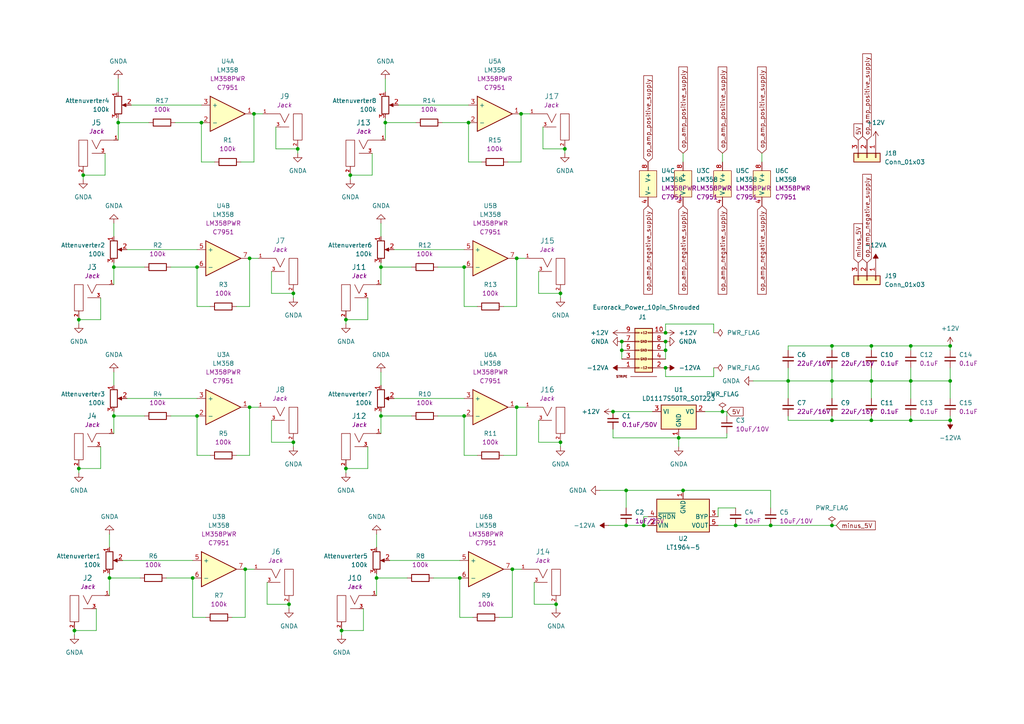
<source format=kicad_sch>
(kicad_sch (version 20231120) (generator "eeschema") (generator_version "8.0")
  (paper "A4")
  (junction (at 193.04 99.06))
  (junction (at 180.34 101.6))
  (junction (at 181.61 152.4))
  (junction (at 73.66 33.02))
  (junction (at 72.39 74.93))
  (junction (at 223.52 152.4))
  (junction (at 193.04 106.68))
  (junction (at 33.02 120.65))
  (junction (at 110.49 77.47))
  (junction (at 252.73 100.33))
  (junction (at 57.15 120.65))
  (junction (at 22.86 135.89))
  (junction (at 21.59 182.88))
  (junction (at 134.62 120.65))
  (junction (at 241.3 152.4))
  (junction (at 163.83 43.18))
  (junction (at 181.61 142.24))
  (junction (at 241.3 121.92))
  (junction (at 24.13 50.8))
  (junction (at 196.85 127))
  (junction (at 71.12 165.1))
  (junction (at 252.73 121.92))
  (junction (at 275.59 121.92))
  (junction (at 133.35 167.64))
  (junction (at 275.59 100.33))
  (junction (at 213.36 152.4))
  (junction (at 22.86 92.71))
  (junction (at 209.55 119.38))
  (junction (at 241.3 100.33))
  (junction (at 198.12 142.24))
  (junction (at 161.29 175.26))
  (junction (at 58.42 35.56))
  (junction (at 85.09 85.09))
  (junction (at 151.13 33.02))
  (junction (at 264.16 110.49))
  (junction (at 31.75 167.64))
  (junction (at 55.88 167.64))
  (junction (at 134.62 77.47))
  (junction (at 252.73 110.49))
  (junction (at 72.39 118.11))
  (junction (at 228.6 110.49))
  (junction (at 149.86 118.11))
  (junction (at 275.59 110.49))
  (junction (at 135.89 35.56))
  (junction (at 264.16 121.92))
  (junction (at 193.04 101.6))
  (junction (at 34.29 35.56))
  (junction (at 148.59 165.1))
  (junction (at 264.16 100.33))
  (junction (at 162.56 128.27))
  (junction (at 111.76 35.56))
  (junction (at 186.69 152.4))
  (junction (at 149.86 74.93))
  (junction (at 110.49 120.65))
  (junction (at 177.8 119.38))
  (junction (at 33.02 77.47))
  (junction (at 193.04 96.52))
  (junction (at 86.36 43.18))
  (junction (at 162.56 85.09))
  (junction (at 83.82 175.26))
  (junction (at 109.22 167.64))
  (junction (at 57.15 77.47))
  (junction (at 100.33 135.89))
  (junction (at 180.34 99.06))
  (junction (at 100.33 92.71))
  (junction (at 101.6 50.8))
  (junction (at 99.06 182.88))
  (junction (at 241.3 110.49))
  (junction (at 85.09 128.27))
  (wire (pts (xy 74.93 118.11) (xy 72.39 118.11)))
  (wire (pts (xy 78.74 128.27) (xy 78.74 121.92)))
  (wire (pts (xy 209.55 44.45) (xy 209.55 46.99)))
  (wire (pts (xy 55.88 167.64) (xy 55.88 179.07)))
  (wire (pts (xy 30.48 50.8) (xy 30.48 44.45)))
  (wire (pts (xy 57.15 120.65) (xy 57.15 132.08)))
  (wire (pts (xy 72.39 74.93) (xy 72.39 88.9)))
  (wire (pts (xy 33.02 77.47) (xy 41.91 77.47)))
  (wire (pts (xy 207.01 96.52) (xy 207.01 93.98)))
  (wire (pts (xy 162.56 85.09) (xy 156.21 85.09)))
  (wire (pts (xy 33.02 107.95) (xy 33.02 111.76)))
  (wire (pts (xy 135.89 46.99) (xy 139.7 46.99)))
  (wire (pts (xy 193.04 93.98) (xy 193.04 96.52)))
  (wire (pts (xy 147.32 46.99) (xy 151.13 46.99)))
  (wire (pts (xy 21.59 182.88) (xy 27.94 182.88)))
  (wire (pts (xy 77.47 175.26) (xy 77.47 168.91)))
  (wire (pts (xy 33.02 120.65) (xy 41.91 120.65)))
  (wire (pts (xy 252.73 121.92) (xy 264.16 121.92)))
  (wire (pts (xy 115.57 30.48) (xy 135.89 30.48)))
  (wire (pts (xy 133.35 167.64) (xy 133.35 179.07)))
  (wire (pts (xy 193.04 109.22) (xy 207.01 109.22)))
  (wire (pts (xy 241.3 121.92) (xy 252.73 121.92)))
  (wire (pts (xy 31.75 167.64) (xy 40.64 167.64)))
  (wire (pts (xy 134.62 120.65) (xy 134.62 132.08)))
  (wire (pts (xy 85.09 86.36) (xy 85.09 85.09)))
  (wire (pts (xy 49.53 77.47) (xy 57.15 77.47)))
  (wire (pts (xy 228.6 110.49) (xy 228.6 115.57)))
  (wire (pts (xy 181.61 152.4) (xy 186.69 152.4)))
  (wire (pts (xy 177.8 119.38) (xy 189.23 119.38)))
  (wire (pts (xy 161.29 175.26) (xy 154.94 175.26)))
  (wire (pts (xy 110.49 64.77) (xy 110.49 68.58)))
  (wire (pts (xy 58.42 35.56) (xy 58.42 46.99)))
  (wire (pts (xy 109.22 154.94) (xy 109.22 158.75)))
  (wire (pts (xy 241.3 110.49) (xy 241.3 115.57)))
  (wire (pts (xy 67.31 179.07) (xy 71.12 179.07)))
  (wire (pts (xy 114.3 115.57) (xy 134.62 115.57)))
  (wire (pts (xy 156.21 85.09) (xy 156.21 78.74)))
  (wire (pts (xy 223.52 152.4) (xy 241.3 152.4)))
  (wire (pts (xy 35.56 162.56) (xy 55.88 162.56)))
  (wire (pts (xy 208.28 152.4) (xy 213.36 152.4)))
  (wire (pts (xy 152.4 118.11) (xy 149.86 118.11)))
  (wire (pts (xy 36.83 72.39) (xy 57.15 72.39)))
  (wire (pts (xy 177.8 124.46) (xy 177.8 127)))
  (wire (pts (xy 128.27 35.56) (xy 135.89 35.56)))
  (wire (pts (xy 109.22 167.64) (xy 118.11 167.64)))
  (wire (pts (xy 33.02 120.65) (xy 33.02 125.73)))
  (wire (pts (xy 241.3 120.65) (xy 241.3 121.92)))
  (wire (pts (xy 133.35 179.07) (xy 137.16 179.07)))
  (wire (pts (xy 162.56 128.27) (xy 156.21 128.27)))
  (wire (pts (xy 111.76 35.56) (xy 120.65 35.56)))
  (wire (pts (xy 22.86 92.71) (xy 29.21 92.71)))
  (wire (pts (xy 161.29 176.53) (xy 161.29 175.26)))
  (wire (pts (xy 252.73 110.49) (xy 264.16 110.49)))
  (wire (pts (xy 80.01 43.18) (xy 80.01 36.83)))
  (wire (pts (xy 252.73 120.65) (xy 252.73 121.92)))
  (wire (pts (xy 180.34 99.06) (xy 180.34 101.6)))
  (wire (pts (xy 100.33 135.89) (xy 106.68 135.89)))
  (wire (pts (xy 71.12 165.1) (xy 71.12 179.07)))
  (wire (pts (xy 101.6 52.07) (xy 101.6 50.8)))
  (wire (pts (xy 73.66 165.1) (xy 71.12 165.1)))
  (wire (pts (xy 228.6 106.68) (xy 228.6 110.49)))
  (wire (pts (xy 111.76 34.29) (xy 111.76 35.56)))
  (wire (pts (xy 264.16 106.68) (xy 264.16 110.49)))
  (wire (pts (xy 85.09 129.54) (xy 85.09 128.27)))
  (wire (pts (xy 180.34 101.6) (xy 180.34 104.14)))
  (wire (pts (xy 85.09 128.27) (xy 78.74 128.27)))
  (wire (pts (xy 186.69 152.4) (xy 186.69 149.86)))
  (wire (pts (xy 275.59 100.33) (xy 275.59 101.6)))
  (wire (pts (xy 110.49 107.95) (xy 110.49 111.76)))
  (wire (pts (xy 29.21 92.71) (xy 29.21 86.36)))
  (wire (pts (xy 29.21 135.89) (xy 29.21 129.54)))
  (wire (pts (xy 186.69 149.86) (xy 187.96 149.86)))
  (wire (pts (xy 109.22 166.37) (xy 109.22 167.64)))
  (wire (pts (xy 68.58 132.08) (xy 72.39 132.08)))
  (wire (pts (xy 83.82 176.53) (xy 83.82 175.26)))
  (wire (pts (xy 207.01 109.22) (xy 207.01 106.68)))
  (wire (pts (xy 127 77.47) (xy 134.62 77.47)))
  (wire (pts (xy 196.85 127) (xy 196.85 129.54)))
  (wire (pts (xy 85.09 85.09) (xy 78.74 85.09)))
  (wire (pts (xy 110.49 120.65) (xy 110.49 125.73)))
  (wire (pts (xy 31.75 166.37) (xy 31.75 167.64)))
  (wire (pts (xy 241.3 106.68) (xy 241.3 110.49)))
  (wire (pts (xy 22.86 93.98) (xy 22.86 92.71)))
  (wire (pts (xy 275.59 110.49) (xy 275.59 115.57)))
  (wire (pts (xy 210.82 127) (xy 210.82 125.73)))
  (wire (pts (xy 241.3 100.33) (xy 241.3 101.6)))
  (wire (pts (xy 198.12 142.24) (xy 223.52 142.24)))
  (wire (pts (xy 33.02 119.38) (xy 33.02 120.65)))
  (wire (pts (xy 163.83 43.18) (xy 157.48 43.18)))
  (wire (pts (xy 153.67 33.02) (xy 151.13 33.02)))
  (wire (pts (xy 193.04 106.68) (xy 193.04 109.22)))
  (wire (pts (xy 228.6 110.49) (xy 241.3 110.49)))
  (wire (pts (xy 33.02 64.77) (xy 33.02 68.58)))
  (wire (pts (xy 24.13 50.8) (xy 30.48 50.8)))
  (wire (pts (xy 134.62 88.9) (xy 138.43 88.9)))
  (wire (pts (xy 100.33 93.98) (xy 100.33 92.71)))
  (wire (pts (xy 113.03 162.56) (xy 133.35 162.56)))
  (wire (pts (xy 111.76 35.56) (xy 111.76 40.64)))
  (wire (pts (xy 264.16 100.33) (xy 275.59 100.33)))
  (wire (pts (xy 110.49 119.38) (xy 110.49 120.65)))
  (wire (pts (xy 105.41 182.88) (xy 105.41 176.53)))
  (wire (pts (xy 210.82 119.38) (xy 210.82 120.65)))
  (wire (pts (xy 27.94 182.88) (xy 27.94 176.53)))
  (wire (pts (xy 177.8 127) (xy 196.85 127)))
  (wire (pts (xy 151.13 165.1) (xy 148.59 165.1)))
  (wire (pts (xy 31.75 167.64) (xy 31.75 172.72)))
  (wire (pts (xy 74.93 74.93) (xy 72.39 74.93)))
  (wire (pts (xy 264.16 120.65) (xy 264.16 121.92)))
  (wire (pts (xy 162.56 129.54) (xy 162.56 128.27)))
  (wire (pts (xy 107.95 50.8) (xy 107.95 44.45)))
  (wire (pts (xy 33.02 77.47) (xy 33.02 82.55)))
  (wire (pts (xy 101.6 50.8) (xy 107.95 50.8)))
  (wire (pts (xy 173.99 142.24) (xy 181.61 142.24)))
  (wire (pts (xy 252.73 110.49) (xy 252.73 115.57)))
  (wire (pts (xy 148.59 165.1) (xy 148.59 179.07)))
  (wire (pts (xy 114.3 72.39) (xy 134.62 72.39)))
  (wire (pts (xy 135.89 35.56) (xy 135.89 46.99)))
  (wire (pts (xy 176.53 152.4) (xy 181.61 152.4)))
  (wire (pts (xy 24.13 52.07) (xy 24.13 50.8)))
  (wire (pts (xy 208.28 147.32) (xy 213.36 147.32)))
  (wire (pts (xy 69.85 46.99) (xy 73.66 46.99)))
  (wire (pts (xy 186.69 152.4) (xy 187.96 152.4)))
  (wire (pts (xy 241.3 100.33) (xy 252.73 100.33)))
  (wire (pts (xy 73.66 33.02) (xy 73.66 46.99)))
  (wire (pts (xy 76.2 33.02) (xy 73.66 33.02)))
  (wire (pts (xy 72.39 118.11) (xy 72.39 132.08)))
  (wire (pts (xy 241.3 152.4) (xy 242.57 152.4)))
  (wire (pts (xy 213.36 152.4) (xy 223.52 152.4)))
  (wire (pts (xy 68.58 88.9) (xy 72.39 88.9)))
  (wire (pts (xy 99.06 184.15) (xy 99.06 182.88)))
  (wire (pts (xy 55.88 179.07) (xy 59.69 179.07)))
  (wire (pts (xy 83.82 175.26) (xy 77.47 175.26)))
  (wire (pts (xy 57.15 88.9) (xy 60.96 88.9)))
  (wire (pts (xy 264.16 100.33) (xy 264.16 101.6)))
  (wire (pts (xy 264.16 121.92) (xy 275.59 121.92)))
  (wire (pts (xy 228.6 121.92) (xy 241.3 121.92)))
  (wire (pts (xy 22.86 137.16) (xy 22.86 135.89)))
  (wire (pts (xy 50.8 35.56) (xy 58.42 35.56)))
  (wire (pts (xy 151.13 33.02) (xy 151.13 46.99)))
  (wire (pts (xy 196.85 127) (xy 210.82 127)))
  (wire (pts (xy 125.73 167.64) (xy 133.35 167.64)))
  (wire (pts (xy 220.98 44.45) (xy 220.98 46.99)))
  (wire (pts (xy 110.49 77.47) (xy 110.49 82.55)))
  (wire (pts (xy 38.1 30.48) (xy 58.42 30.48)))
  (wire (pts (xy 99.06 182.88) (xy 105.41 182.88)))
  (wire (pts (xy 111.76 22.86) (xy 111.76 26.67)))
  (wire (pts (xy 86.36 43.18) (xy 80.01 43.18)))
  (wire (pts (xy 100.33 92.71) (xy 106.68 92.71)))
  (wire (pts (xy 86.36 44.45) (xy 86.36 43.18)))
  (wire (pts (xy 157.48 43.18) (xy 157.48 36.83)))
  (wire (pts (xy 49.53 120.65) (xy 57.15 120.65)))
  (wire (pts (xy 162.56 86.36) (xy 162.56 85.09)))
  (wire (pts (xy 110.49 76.2) (xy 110.49 77.47)))
  (wire (pts (xy 34.29 35.56) (xy 34.29 40.64)))
  (wire (pts (xy 275.59 106.68) (xy 275.59 110.49)))
  (wire (pts (xy 228.6 100.33) (xy 228.6 101.6)))
  (wire (pts (xy 264.16 110.49) (xy 275.59 110.49)))
  (wire (pts (xy 218.44 110.49) (xy 228.6 110.49)))
  (wire (pts (xy 252.73 100.33) (xy 264.16 100.33)))
  (wire (pts (xy 163.83 44.45) (xy 163.83 43.18)))
  (wire (pts (xy 36.83 115.57) (xy 57.15 115.57)))
  (wire (pts (xy 78.74 85.09) (xy 78.74 78.74)))
  (wire (pts (xy 34.29 35.56) (xy 43.18 35.56)))
  (wire (pts (xy 181.61 142.24) (xy 181.61 147.32)))
  (wire (pts (xy 22.86 135.89) (xy 29.21 135.89)))
  (wire (pts (xy 264.16 110.49) (xy 264.16 115.57)))
  (wire (pts (xy 228.6 120.65) (xy 228.6 121.92)))
  (wire (pts (xy 193.04 101.6) (xy 193.04 104.14)))
  (wire (pts (xy 152.4 74.93) (xy 149.86 74.93)))
  (wire (pts (xy 146.05 88.9) (xy 149.86 88.9)))
  (wire (pts (xy 100.33 137.16) (xy 100.33 135.89)))
  (wire (pts (xy 127 120.65) (xy 134.62 120.65)))
  (wire (pts (xy 58.42 46.99) (xy 62.23 46.99)))
  (wire (pts (xy 208.28 149.86) (xy 208.28 147.32)))
  (wire (pts (xy 48.26 167.64) (xy 55.88 167.64)))
  (wire (pts (xy 134.62 77.47) (xy 134.62 88.9)))
  (wire (pts (xy 207.01 93.98) (xy 193.04 93.98)))
  (wire (pts (xy 134.62 132.08) (xy 138.43 132.08)))
  (wire (pts (xy 252.73 100.33) (xy 252.73 101.6)))
  (wire (pts (xy 21.59 184.15) (xy 21.59 182.88)))
  (wire (pts (xy 209.55 119.38) (xy 210.82 119.38)))
  (wire (pts (xy 34.29 34.29) (xy 34.29 35.56)))
  (wire (pts (xy 156.21 128.27) (xy 156.21 121.92)))
  (wire (pts (xy 223.52 142.24) (xy 223.52 147.32)))
  (wire (pts (xy 106.68 135.89) (xy 106.68 129.54)))
  (wire (pts (xy 110.49 120.65) (xy 119.38 120.65)))
  (wire (pts (xy 154.94 175.26) (xy 154.94 168.91)))
  (wire (pts (xy 149.86 118.11) (xy 149.86 132.08)))
  (wire (pts (xy 34.29 22.86) (xy 34.29 26.67)))
  (wire (pts (xy 106.68 92.71) (xy 106.68 86.36)))
  (wire (pts (xy 149.86 74.93) (xy 149.86 88.9)))
  (wire (pts (xy 228.6 100.33) (xy 241.3 100.33)))
  (wire (pts (xy 109.22 167.64) (xy 109.22 172.72)))
  (wire (pts (xy 110.49 77.47) (xy 119.38 77.47)))
  (wire (pts (xy 33.02 76.2) (xy 33.02 77.47)))
  (wire (pts (xy 57.15 77.47) (xy 57.15 88.9)))
  (wire (pts (xy 193.04 99.06) (xy 193.04 101.6)))
  (wire (pts (xy 252.73 106.68) (xy 252.73 110.49)))
  (wire (pts (xy 204.47 119.38) (xy 209.55 119.38)))
  (wire (pts (xy 275.59 120.65) (xy 275.59 121.92)))
  (wire (pts (xy 181.61 142.24) (xy 198.12 142.24)))
  (wire (pts (xy 198.12 44.45) (xy 198.12 46.99)))
  (wire (pts (xy 144.78 179.07) (xy 148.59 179.07)))
  (wire (pts (xy 146.05 132.08) (xy 149.86 132.08)))
  (wire (pts (xy 31.75 154.94) (xy 31.75 158.75)))
  (wire (pts (xy 57.15 132.08) (xy 60.96 132.08)))
  (wire (pts (xy 241.3 110.49) (xy 252.73 110.49)))
  (global_label "op_amp_negative_supply" (shape input) (at 220.98 59.69 270) (property "Intersheetrefs" "${INTERSHEET_REFS}" (effects (hide yes))))
  (global_label "5V" (shape input) (at 248.92 40.64 90) (property "Intersheetrefs" "${INTERSHEET_REFS}" (effects (hide yes))))
  (global_label "minus_5V" (shape input) (at 248.92 76.2 90) (property "Intersheetrefs" "${INTERSHEET_REFS}" (effects (hide yes))))
  (global_label "minus_5V" (shape input) (at 242.57 152.4 0) (property "Intersheetrefs" "${INTERSHEET_REFS}" (effects (hide yes))))
  (global_label "op_amp_positive_supply" (shape input) (at 220.98 44.45 90) (property "Intersheetrefs" "${INTERSHEET_REFS}" (effects (hide yes))))
  (global_label "op_amp_positive_supply" (shape input) (at 187.96 46.99 90) (property "Intersheetrefs" "${INTERSHEET_REFS}" (effects (hide yes))))
  (global_label "op_amp_negative_supply" (shape input) (at 187.96 59.69 270) (property "Intersheetrefs" "${INTERSHEET_REFS}" (effects (hide yes))))
  (global_label "op_amp_negative_supply" (shape input) (at 251.46 76.2 90) (property "Intersheetrefs" "${INTERSHEET_REFS}" (effects (hide yes))))
  (global_label "op_amp_negative_supply" (shape input) (at 209.55 59.69 270) (property "Intersheetrefs" "${INTERSHEET_REFS}" (effects (hide yes))))
  (global_label "op_amp_positive_supply" (shape input) (at 198.12 44.45 90) (property "Intersheetrefs" "${INTERSHEET_REFS}" (effects (hide yes))))
  (global_label "5V" (shape input) (at 210.82 119.38 0) (property "Intersheetrefs" "${INTERSHEET_REFS}" (effects (hide yes))))
  (global_label "op_amp_positive_supply" (shape input) (at 251.46 40.64 90) (property "Intersheetrefs" "${INTERSHEET_REFS}" (effects (hide yes))))
  (global_label "op_amp_positive_supply" (shape input) (at 209.55 44.45 90) (property "Intersheetrefs" "${INTERSHEET_REFS}" (effects (hide yes))))
  (global_label "op_amp_negative_supply" (shape input) (at 198.12 59.69 270) (property "Intersheetrefs" "${INTERSHEET_REFS}" (effects (hide yes))))
  (symbol (lib_id "Device:R_Potentiometer") (at 110.49 72.39 0) (unit 1)
    (property "Reference" "Attenuverter6" (at 107.95 71.1199 0) (effects (justify right)))
    (property "Value" "100k" (at 107.95 73.6599 0) (effects (justify right)))
    (property "Footprint" "Eurocad:Alpha9mmPot" (effects (hide yes)))
    (property "Description" "Potentiometer" (effects (hide yes)))
  )
  (symbol (lib_id "4ms_Jack:3.5mm_Mono_Switched_sm") (at 105.41 130.81 0) (unit 1)
    (property "Reference" "J12" (at 104.14 120.65 0) (effects (font (size 1.524 1.524))))
    (property "Value" "3.5mm_Mono_Switched_sm" (effects (hide yes)))
    (property "Footprint" "4ms_Jack:EighthInch_PJ398SM" (effects (hide yes)))
    (property "Description" "Audio 3.5mm Jack, mono, switched, PC-pin Vertical" (effects (hide yes)))
    (property "Specifications" "Audio 3.5mm Jack, mono, switched, PC-pin Vertical" (effects (hide yes)))
    (property "Manufacturer" "Wenzhou QingPu Electronics Co" (effects (hide yes)))
    (property "Part Number" "WQP-WQP518MA" (effects (hide yes)))
    (property "Production Stage" "C" (effects (hide yes)))
    (property "Display" "Jack" (at 104.14 123.19 0) (effects (font (italic yes))))
  )
  (symbol (lib_id "4ms_Connector:Conn_01x03") (at 251.46 81.28 270) (unit 1)
    (property "Reference" "J19" (at 256.54 80.0099 90) (effects (justify left)))
    (property "Value" "Conn_01x03" (at 256.54 82.5499 90) (effects (justify left)))
    (property "Footprint" "4ms_Connector:Pins_1x03_2.54mm_TH" (effects (hide yes)))
    (property "Description" "HEADER 1x3 MALE PINS 0.100” 180deg" (effects (hide yes)))
    (property "Specifications" "HEADER 1x3 MALE PINS 0.100” 180deg" (effects (hide yes)))
    (property "Manufacturer" "TAD" (effects (hide yes)))
    (property "Part Number" "1-0301FBV0T" (effects (hide yes)))
    (property "Production Stage" "B" (effects (hide yes)))
  )
  (symbol (lib_id "4ms_Power-symbol:GNDA") (at 163.83 44.45 0) (mirror y) (unit 1)
    (property "Reference" "#PWR034" (effects (hide yes)))
    (property "Value" "GNDA" (at 163.83 49.53 0))
    (property "Description" "(analog) ground power-flag symbol" (effects (hide yes)))
  )
  (symbol (lib_id "4ms_Power-symbol:GNDA") (at 110.49 107.95 180) (unit 1)
    (property "Reference" "#PWR027" (effects (hide yes)))
    (property "Value" "GNDA" (at 110.49 102.87 0))
    (property "Description" "(analog) ground power-flag symbol" (effects (hide yes)))
  )
  (symbol (lib_id "4ms_Power-symbol:+12V") (at 180.34 96.52 90) (unit 1)
    (property "Reference" "#PWR02" (effects (hide yes)))
    (property "Value" "+12V" (at 176.53 96.5199 90) (effects (justify left)))
  )
  (symbol (lib_id "4ms_Resistor:100k_0402") (at 143.51 46.99 90) (unit 1)
    (property "Reference" "R15" (at 143.51 40.64 90))
    (property "Value" "100k_0402" (effects (hide yes)))
    (property "Footprint" "4ms_Resistor:R_0402" (effects (hide yes)))
    (property "Description" "100k, 1%, 1/16W, 0402" (effects (hide yes)))
    (property "Specifications" "100k, 1%, 1/16W, 0402" (effects (hide yes)))
    (property "Manufacturer" "Yageo" (effects (hide yes)))
    (property "Part Number" "RC0402FR-07100KL " (effects (hide yes)))
    (property "Display" "100k" (at 143.51 43.18 90))
    (property "JLCPCB ID" "C60491" (effects (hide yes)))
  )
  (symbol (lib_id "Device:R_Potentiometer") (at 111.76 30.48 0) (unit 1)
    (property "Reference" "Attenuverter8" (at 109.22 29.2099 0) (effects (justify right)))
    (property "Value" "100k" (at 109.22 31.7499 0) (effects (justify right)))
    (property "Footprint" "Eurocad:Alpha9mmPot" (effects (hide yes)))
    (property "Description" "Potentiometer" (effects (hide yes)))
  )
  (symbol (lib_id "4ms_IC:LM358") (at 63.5 165.1 0) (unit 2)
    (property "Reference" "U3" (at 63.5 149.86 0))
    (property "Value" "LM358" (at 63.5 152.4 0))
    (property "Footprint" "4ms_Package_SSOP:TSSOP-8_4.4x3mm_Pitch0.65mm" (effects (hide yes)))
    (property "Description" "LM358 Dual Opamp TSSOP-8" (effects (hide yes)))
    (property "Specifications" "LM358 Dual Opamp" (effects (hide yes)))
    (property "Manufacturer" "Texas Instruments" (effects (hide yes)))
    (property "Part Number" "LM358PWR" (at 63.5 154.94 0))
    (property "JLCPCB ID" "C7951" (at 63.5 157.48 0))
    (property "Production Stage" "A" (effects (hide yes)))
  )
  (symbol (lib_id "power:PWR_FLAG") (at 207.01 106.68 270) (unit 1)
    (property "Reference" "#FLG02" (effects (hide yes)))
    (property "Value" "PWR_FLAG" (at 210.82 106.6799 90) (effects (justify left)))
    (property "Description" "Special symbol for telling ERC where power comes from" (effects (hide yes)))
  )
  (symbol (lib_id "4ms_Power-symbol:-12VA") (at 180.34 106.68 90) (unit 1)
    (property "Reference" "#PWR04" (effects (hide yes)))
    (property "Value" "-12VA" (at 176.53 106.6799 90) (effects (justify left)))
  )
  (symbol (lib_id "4ms_Power-symbol:GNDA") (at 100.33 93.98 0) (unit 1)
    (property "Reference" "#PWR024" (effects (hide yes)))
    (property "Value" "GNDA" (at 100.33 99.06 0))
    (property "Description" "(analog) ground power-flag symbol" (effects (hide yes)))
  )
  (symbol (lib_id "4ms_IC:LM358") (at 142.24 118.11 0) (unit 1)
    (property "Reference" "U6" (at 142.24 102.87 0))
    (property "Value" "LM358" (at 142.24 105.41 0))
    (property "Footprint" "4ms_Package_SSOP:TSSOP-8_4.4x3mm_Pitch0.65mm" (effects (hide yes)))
    (property "Description" "LM358 Dual Opamp TSSOP-8" (effects (hide yes)))
    (property "Specifications" "LM358 Dual Opamp" (effects (hide yes)))
    (property "Manufacturer" "Texas Instruments" (effects (hide yes)))
    (property "Part Number" "LM358PWR" (at 142.24 107.95 0))
    (property "JLCPCB ID" "C7951" (at 142.24 110.49 0))
    (property "Production Stage" "A" (effects (hide yes)))
  )
  (symbol (lib_id "4ms_Capacitor:10uF_0603_10V") (at 223.52 149.86 0) (unit 1)
    (property "Reference" "C5" (at 226.06 148.5962 0) (effects (justify left)))
    (property "Value" "10uF_0603_10V" (effects (hide yes)))
    (property "Footprint" "4ms_Capacitor:C_0603" (effects (hide yes)))
    (property "Description" "10uF, Min. 10V X5R 10%" (effects (hide yes)))
    (property "Specifications" "10uF, Min. 10V X5R 10%" (effects (hide yes)))
    (property "Manufacturer" "Murata" (effects (hide yes)))
    (property "Part Number" "GRM188R61A106KE69D" (effects (hide yes)))
    (property "Display" "10uF/10V" (at 226.06 151.1362 0) (effects (justify left)))
    (property "JLCPCB ID" "C19702" (effects (hide yes)))
    (property "Production Stage" "A" (effects (hide yes)))
  )
  (symbol (lib_id "4ms_Power-symbol:GNDA") (at 196.85 129.54 0) (unit 1)
    (property "Reference" "#PWR010" (effects (hide yes)))
    (property "Value" "GNDA" (at 196.85 134.62 0))
    (property "Description" "(analog) ground power-flag symbol" (effects (hide yes)))
  )
  (symbol (lib_id "4ms_Capacitor:22uF_0603_16V") (at 228.6 118.11 0) (unit 1)
    (property "Reference" "C7" (at 231.14 116.8462 0) (effects (justify left)))
    (property "Value" "22uF_0603_16V" (effects (hide yes)))
    (property "Footprint" "4ms_Capacitor:C_0805" (effects (hide yes)))
    (property "Description" "22uF, 16V,10%,X5R or X7R,0603" (effects (hide yes)))
    (property "Specifications" "22uF, 16V,10%,X5R or X7R,0603" (effects (hide yes)))
    (property "Manufacturer" "Murata" (effects (hide yes)))
    (property "Part Number" "GRM219R61C226ME15K" (effects (hide yes)))
    (property "Display" "22uF/16V" (at 231.14 119.3862 0) (effects (justify left)))
    (property "Production Stage" "A" (effects (hide yes)))
  )
  (symbol (lib_id "4ms_Capacitor:100nF_0603_16V") (at 275.59 104.14 0) (unit 1)
    (property "Reference" "C14" (at 278.13 102.8762 0) (effects (justify left)))
    (property "Value" "100nF_0603_16V" (effects (hide yes)))
    (property "Footprint" "4ms_Capacitor:C_0603" (effects (hide yes)))
    (property "Description" "0.1uF, Min. 16V 10%, X7R or X5R or similar" (effects (hide yes)))
    (property "Specifications" "0.1uF, Min. 16V 10%, X7R or X5R or similar" (effects (hide yes)))
    (property "Manufacturer" "AVX Corporation" (effects (hide yes)))
    (property "Part Number" "0603YC104KAT2A" (effects (hide yes)))
    (property "Display" "0.1uF" (at 278.13 105.4162 0) (effects (justify left)))
    (property "JLCPCB ID" "C14663" (effects (hide yes)))
    (property "Production Stage" "A" (effects (hide yes)))
  )
  (symbol (lib_id "4ms_Power-symbol:GNDA") (at 162.56 129.54 0) (mirror y) (unit 1)
    (property "Reference" "#PWR033" (effects (hide yes)))
    (property "Value" "GNDA" (at 162.56 134.62 0))
    (property "Description" "(analog) ground power-flag symbol" (effects (hide yes)))
  )
  (symbol (lib_id "4ms_Connector:Conn_01x03") (at 251.46 45.72 270) (unit 1)
    (property "Reference" "J18" (at 256.54 44.4499 90) (effects (justify left)))
    (property "Value" "Conn_01x03" (at 256.54 46.9899 90) (effects (justify left)))
    (property "Footprint" "4ms_Connector:Pins_1x03_2.54mm_TH" (effects (hide yes)))
    (property "Description" "HEADER 1x3 MALE PINS 0.100” 180deg" (effects (hide yes)))
    (property "Specifications" "HEADER 1x3 MALE PINS 0.100” 180deg" (effects (hide yes)))
    (property "Manufacturer" "TAD" (effects (hide yes)))
    (property "Part Number" "1-0301FBV0T" (effects (hide yes)))
    (property "Production Stage" "B" (effects (hide yes)))
  )
  (symbol (lib_id "4ms_Capacitor:100nF_0603_16V") (at 264.16 118.11 0) (unit 1)
    (property "Reference" "C13" (at 266.7 116.8462 0) (effects (justify left)))
    (property "Value" "100nF_0603_16V" (effects (hide yes)))
    (property "Footprint" "4ms_Capacitor:C_0603" (effects (hide yes)))
    (property "Description" "0.1uF, Min. 16V 10%, X7R or X5R or similar" (effects (hide yes)))
    (property "Specifications" "0.1uF, Min. 16V 10%, X7R or X5R or similar" (effects (hide yes)))
    (property "Manufacturer" "AVX Corporation" (effects (hide yes)))
    (property "Part Number" "0603YC104KAT2A" (effects (hide yes)))
    (property "Display" "0.1uF" (at 266.7 119.3862 0) (effects (justify left)))
    (property "JLCPCB ID" "C14663" (effects (hide yes)))
    (property "Production Stage" "A" (effects (hide yes)))
  )
  (symbol (lib_id "4ms_Power-symbol:GNDA") (at 21.59 184.15 0) (unit 1)
    (property "Reference" "#PWR011" (effects (hide yes)))
    (property "Value" "GNDA" (at 21.59 189.23 0))
    (property "Description" "(analog) ground power-flag symbol" (effects (hide yes)))
  )
  (symbol (lib_id "4ms_IC:LM358") (at 143.51 33.02 0) (unit 1)
    (property "Reference" "U5" (at 143.51 17.78 0))
    (property "Value" "LM358" (at 143.51 20.32 0))
    (property "Footprint" "4ms_Package_SSOP:TSSOP-8_4.4x3mm_Pitch0.65mm" (effects (hide yes)))
    (property "Description" "LM358 Dual Opamp TSSOP-8" (effects (hide yes)))
    (property "Specifications" "LM358 Dual Opamp" (effects (hide yes)))
    (property "Manufacturer" "Texas Instruments" (effects (hide yes)))
    (property "Part Number" "LM358PWR" (at 143.51 22.86 0))
    (property "JLCPCB ID" "C7951" (at 143.51 25.4 0))
    (property "Production Stage" "A" (effects (hide yes)))
  )
  (symbol (lib_id "4ms_IC:LM358") (at 66.04 33.02 0) (unit 1)
    (property "Reference" "U4" (at 66.04 17.78 0))
    (property "Value" "LM358" (at 66.04 20.32 0))
    (property "Footprint" "4ms_Package_SSOP:TSSOP-8_4.4x3mm_Pitch0.65mm" (effects (hide yes)))
    (property "Description" "LM358 Dual Opamp TSSOP-8" (effects (hide yes)))
    (property "Specifications" "LM358 Dual Opamp" (effects (hide yes)))
    (property "Manufacturer" "Texas Instruments" (effects (hide yes)))
    (property "Part Number" "LM358PWR" (at 66.04 22.86 0))
    (property "JLCPCB ID" "C7951" (at 66.04 25.4 0))
    (property "Production Stage" "A" (effects (hide yes)))
  )
  (symbol (lib_id "4ms_Resistor:100k_0402") (at 45.72 120.65 90) (unit 1)
    (property "Reference" "R4" (at 45.72 114.3 90))
    (property "Value" "100k_0402" (effects (hide yes)))
    (property "Footprint" "4ms_Resistor:R_0402" (effects (hide yes)))
    (property "Description" "100k, 1%, 1/16W, 0402" (effects (hide yes)))
    (property "Specifications" "100k, 1%, 1/16W, 0402" (effects (hide yes)))
    (property "Manufacturer" "Yageo" (effects (hide yes)))
    (property "Part Number" "RC0402FR-07100KL " (effects (hide yes)))
    (property "Display" "100k" (at 45.72 116.84 90))
    (property "JLCPCB ID" "C60491" (effects (hide yes)))
  )
  (symbol (lib_id "4ms_Power-symbol:GNDA") (at 33.02 107.95 180) (unit 1)
    (property "Reference" "#PWR016" (effects (hide yes)))
    (property "Value" "GNDA" (at 33.02 102.87 0))
    (property "Description" "(analog) ground power-flag symbol" (effects (hide yes)))
  )
  (symbol (lib_id "4ms_IC:LM358") (at 64.77 74.93 0) (unit 2)
    (property "Reference" "U4" (at 64.77 59.69 0))
    (property "Value" "LM358" (at 64.77 62.23 0))
    (property "Footprint" "4ms_Package_SSOP:TSSOP-8_4.4x3mm_Pitch0.65mm" (effects (hide yes)))
    (property "Description" "LM358 Dual Opamp TSSOP-8" (effects (hide yes)))
    (property "Specifications" "LM358 Dual Opamp" (effects (hide yes)))
    (property "Manufacturer" "Texas Instruments" (effects (hide yes)))
    (property "Part Number" "LM358PWR" (at 64.77 64.77 0))
    (property "JLCPCB ID" "C7951" (at 64.77 67.31 0))
    (property "Production Stage" "A" (effects (hide yes)))
  )
  (symbol (lib_id "4ms_Power-symbol:GNDA") (at 83.82 176.53 0) (mirror y) (unit 1)
    (property "Reference" "#PWR019" (effects (hide yes)))
    (property "Value" "GNDA" (at 83.82 181.61 0))
    (property "Description" "(analog) ground power-flag symbol" (effects (hide yes)))
  )
  (symbol (lib_id "4ms_Jack:3.5mm_Mono_Switched_sm") (at 104.14 177.8 0) (unit 1)
    (property "Reference" "J10" (at 102.87 167.64 0) (effects (font (size 1.524 1.524))))
    (property "Value" "3.5mm_Mono_Switched_sm" (effects (hide yes)))
    (property "Footprint" "4ms_Jack:EighthInch_PJ398SM" (effects (hide yes)))
    (property "Description" "Audio 3.5mm Jack, mono, switched, PC-pin Vertical" (effects (hide yes)))
    (property "Specifications" "Audio 3.5mm Jack, mono, switched, PC-pin Vertical" (effects (hide yes)))
    (property "Manufacturer" "Wenzhou QingPu Electronics Co" (effects (hide yes)))
    (property "Part Number" "WQP-WQP518MA" (effects (hide yes)))
    (property "Production Stage" "C" (effects (hide yes)))
    (property "Display" "Jack" (at 102.87 170.18 0) (effects (font (italic yes))))
  )
  (symbol (lib_id "4ms_Power-symbol:GNDA") (at 180.34 99.06 270) (unit 1)
    (property "Reference" "#PWR037" (effects (hide yes)))
    (property "Value" "GNDA" (at 176.53 99.0599 90) (effects (justify right)))
    (property "Description" "(analog) ground power-flag symbol" (effects (hide yes)))
  )
  (symbol (lib_id "4ms_IC:LM358") (at 198.12 53.34 0) (unit 3)
    (property "Reference" "U3" (at 201.93 49.5299 0) (effects (justify left)))
    (property "Value" "LM358" (at 201.93 52.0699 0) (effects (justify left)))
    (property "Footprint" "4ms_Package_SSOP:TSSOP-8_4.4x3mm_Pitch0.65mm" (effects (hide yes)))
    (property "Description" "LM358 Dual Opamp TSSOP-8" (effects (hide yes)))
    (property "Specifications" "LM358 Dual Opamp" (effects (hide yes)))
    (property "Manufacturer" "Texas Instruments" (effects (hide yes)))
    (property "Part Number" "LM358PWR" (at 201.93 54.6099 0) (effects (justify left)))
    (property "JLCPCB ID" "C7951" (at 201.93 57.1499 0) (effects (justify left)))
    (property "Production Stage" "A" (effects (hide yes)))
  )
  (symbol (lib_id "power:PWR_FLAG") (at 209.55 119.38 0) (unit 1)
    (property "Reference" "#FLG03" (effects (hide yes)))
    (property "Value" "PWR_FLAG" (at 209.55 114.3 0))
    (property "Description" "Special symbol for telling ERC where power comes from" (effects (hide yes)))
  )
  (symbol (lib_id "Device:R_Potentiometer") (at 109.22 162.56 0) (unit 1)
    (property "Reference" "Attenuverter5" (at 106.68 161.2899 0) (effects (justify right)))
    (property "Value" "100k" (at 106.68 163.8299 0) (effects (justify right)))
    (property "Footprint" "Eurocad:Alpha9mmPot" (effects (hide yes)))
    (property "Description" "Potentiometer" (effects (hide yes)))
  )
  (symbol (lib_id "4ms_Power-symbol:-12VA") (at 254 76.2 0) (unit 1)
    (property "Reference" "#PWR036" (effects (hide yes)))
    (property "Value" "-12VA" (at 254 71.12 0))
  )
  (symbol (lib_id "4ms_Power-symbol:GNDA") (at 101.6 52.07 0) (unit 1)
    (property "Reference" "#PWR026" (effects (hide yes)))
    (property "Value" "GNDA" (at 101.6 57.15 0))
    (property "Description" "(analog) ground power-flag symbol" (effects (hide yes)))
  )
  (symbol (lib_id "4ms_Power-symbol:GNDA") (at 218.44 110.49 270) (unit 1)
    (property "Reference" "#PWR040" (effects (hide yes)))
    (property "Value" "GNDA" (at 214.63 110.4899 90) (effects (justify right)))
    (property "Description" "(analog) ground power-flag symbol" (effects (hide yes)))
  )
  (symbol (lib_id "4ms_Jack:3.5mm_Mono_Switched_sm") (at 29.21 45.72 0) (unit 1)
    (property "Reference" "J5" (at 27.94 35.56 0) (effects (font (size 1.524 1.524))))
    (property "Value" "3.5mm_Mono_Switched_sm" (effects (hide yes)))
    (property "Footprint" "4ms_Jack:EighthInch_PJ398SM" (effects (hide yes)))
    (property "Description" "Audio 3.5mm Jack, mono, switched, PC-pin Vertical" (effects (hide yes)))
    (property "Specifications" "Audio 3.5mm Jack, mono, switched, PC-pin Vertical" (effects (hide yes)))
    (property "Manufacturer" "Wenzhou QingPu Electronics Co" (effects (hide yes)))
    (property "Part Number" "WQP-WQP518MA" (effects (hide yes)))
    (property "Production Stage" "C" (effects (hide yes)))
    (property "Display" "Jack" (at 27.94 38.1 0) (effects (font (italic yes))))
  )
  (symbol (lib_id "4ms_Power-symbol:GNDA") (at 193.04 99.06 90) (unit 1)
    (property "Reference" "#PWR03" (effects (hide yes)))
    (property "Value" "GNDA" (at 196.85 99.0599 90) (effects (justify right)))
    (property "Description" "(analog) ground power-flag symbol" (effects (hide yes)))
  )
  (symbol (lib_id "4ms_Power-symbol:GNDA") (at 173.99 142.24 270) (unit 1)
    (property "Reference" "#PWR08" (effects (hide yes)))
    (property "Value" "GNDA" (at 170.18 142.2399 90) (effects (justify right)))
    (property "Description" "(analog) ground power-flag symbol" (effects (hide yes)))
  )
  (symbol (lib_id "4ms_Resistor:100k_0402") (at 63.5 179.07 90) (unit 1)
    (property "Reference" "R7" (at 63.5 172.72 90))
    (property "Value" "100k_0402" (effects (hide yes)))
    (property "Footprint" "4ms_Resistor:R_0402" (effects (hide yes)))
    (property "Description" "100k, 1%, 1/16W, 0402" (effects (hide yes)))
    (property "Specifications" "100k, 1%, 1/16W, 0402" (effects (hide yes)))
    (property "Manufacturer" "Yageo" (effects (hide yes)))
    (property "Part Number" "RC0402FR-07100KL " (effects (hide yes)))
    (property "Display" "100k" (at 63.5 175.26 90))
    (property "JLCPCB ID" "C60491" (effects (hide yes)))
  )
  (symbol (lib_id "4ms_Jack:3.5mm_Mono_Switched_sm") (at 106.68 45.72 0) (unit 1)
    (property "Reference" "J13" (at 105.41 35.56 0) (effects (font (size 1.524 1.524))))
    (property "Value" "3.5mm_Mono_Switched_sm" (effects (hide yes)))
    (property "Footprint" "4ms_Jack:EighthInch_PJ398SM" (effects (hide yes)))
    (property "Description" "Audio 3.5mm Jack, mono, switched, PC-pin Vertical" (effects (hide yes)))
    (property "Specifications" "Audio 3.5mm Jack, mono, switched, PC-pin Vertical" (effects (hide yes)))
    (property "Manufacturer" "Wenzhou QingPu Electronics Co" (effects (hide yes)))
    (property "Part Number" "WQP-WQP518MA" (effects (hide yes)))
    (property "Production Stage" "C" (effects (hide yes)))
    (property "Display" "Jack" (at 105.41 38.1 0) (effects (font (italic yes))))
  )
  (symbol (lib_id "4ms_Resistor:100k_0402") (at 142.24 88.9 90) (unit 1)
    (property "Reference" "R13" (at 142.24 82.55 90))
    (property "Value" "100k_0402" (effects (hide yes)))
    (property "Footprint" "4ms_Resistor:R_0402" (effects (hide yes)))
    (property "Description" "100k, 1%, 1/16W, 0402" (effects (hide yes)))
    (property "Specifications" "100k, 1%, 1/16W, 0402" (effects (hide yes)))
    (property "Manufacturer" "Yageo" (effects (hide yes)))
    (property "Part Number" "RC0402FR-07100KL " (effects (hide yes)))
    (property "Display" "100k" (at 142.24 85.09 90))
    (property "JLCPCB ID" "C60491" (effects (hide yes)))
  )
  (symbol (lib_id "4ms_Resistor:100k_0402") (at 44.45 167.64 90) (unit 1)
    (property "Reference" "R6" (at 44.45 161.29 90))
    (property "Value" "100k_0402" (effects (hide yes)))
    (property "Footprint" "4ms_Resistor:R_0402" (effects (hide yes)))
    (property "Description" "100k, 1%, 1/16W, 0402" (effects (hide yes)))
    (property "Specifications" "100k, 1%, 1/16W, 0402" (effects (hide yes)))
    (property "Manufacturer" "Yageo" (effects (hide yes)))
    (property "Part Number" "RC0402FR-07100KL " (effects (hide yes)))
    (property "Display" "100k" (at 44.45 163.83 90))
    (property "JLCPCB ID" "C60491" (effects (hide yes)))
  )
  (symbol (lib_id "4ms_Power-symbol:-12VA") (at 193.04 106.68 270) (unit 1)
    (property "Reference" "#PWR09" (effects (hide yes)))
    (property "Value" "-12VA" (at 196.85 106.6799 90) (effects (justify left)))
  )
  (symbol (lib_id "4ms_Capacitor:22uF_0603_16V") (at 241.3 104.14 0) (unit 1)
    (property "Reference" "C8" (at 243.84 102.8762 0) (effects (justify left)))
    (property "Value" "22uF_0603_16V" (effects (hide yes)))
    (property "Footprint" "4ms_Capacitor:C_0805" (effects (hide yes)))
    (property "Description" "22uF, 16V,10%,X5R or X7R,0603" (effects (hide yes)))
    (property "Specifications" "22uF, 16V,10%,X5R or X7R,0603" (effects (hide yes)))
    (property "Manufacturer" "Murata" (effects (hide yes)))
    (property "Part Number" "GRM219R61C226ME15K" (effects (hide yes)))
    (property "Display" "22uF/16V" (at 243.84 105.4162 0) (effects (justify left)))
    (property "Production Stage" "A" (effects (hide yes)))
  )
  (symbol (lib_id "4ms_Capacitor:0.1uF_0805_50V") (at 177.8 121.92 0) (unit 1)
    (property "Reference" "C1" (at 180.34 120.6562 0) (effects (justify left)))
    (property "Value" "0.1uF_0805_50V" (effects (hide yes)))
    (property "Footprint" "4ms_Capacitor:C_0805" (effects (hide yes)))
    (property "Description" "0.1uF, 50V, 0805, MLCC, X5R or similar" (effects (hide yes)))
    (property "Specifications" "0.1uF, 50V, 0805, MLCC, X5R or similar" (effects (hide yes)))
    (property "Manufacturer" "Murata" (effects (hide yes)))
    (property "Part Number" "GCJ21BL81H104KA01L" (effects (hide yes)))
    (property "Display" "0.1uF/50V" (at 180.34 123.1962 0) (effects (justify left)))
    (property "Production Stage" "A" (effects (hide yes)))
  )
  (symbol (lib_id "4ms_IC:LM358") (at 220.98 53.34 0) (unit 3)
    (property "Reference" "U6" (at 224.79 49.5299 0) (effects (justify left)))
    (property "Value" "LM358" (at 224.79 52.0699 0) (effects (justify left)))
    (property "Footprint" "4ms_Package_SSOP:TSSOP-8_4.4x3mm_Pitch0.65mm" (effects (hide yes)))
    (property "Description" "LM358 Dual Opamp TSSOP-8" (effects (hide yes)))
    (property "Specifications" "LM358 Dual Opamp" (effects (hide yes)))
    (property "Manufacturer" "Texas Instruments" (effects (hide yes)))
    (property "Part Number" "LM358PWR" (at 224.79 54.6099 0) (effects (justify left)))
    (property "JLCPCB ID" "C7951" (at 224.79 57.1499 0) (effects (justify left)))
    (property "Production Stage" "A" (effects (hide yes)))
  )
  (symbol (lib_id "4ms_Power-symbol:-12VA") (at 176.53 152.4 90) (unit 1)
    (property "Reference" "#PWR05" (effects (hide yes)))
    (property "Value" "-12VA" (at 172.72 152.3999 90) (effects (justify left)))
  )
  (symbol (lib_id "Regulator_Linear:LD1117S50TR_SOT223") (at 196.85 119.38 0) (unit 1)
    (property "Reference" "U1" (at 196.85 113.03 0))
    (property "Value" "LD1117S50TR_SOT223" (at 196.85 115.57 0))
    (property "Footprint" "Package_TO_SOT_SMD:SOT-223-3_TabPin2" (effects (hide yes)))
    (property "Datasheet" "http://www.st.com/st-web-ui/static/active/en/resource/technical/document/datasheet/CD00000544.pdf" (effects (hide yes)))
    (property "Description" "800mA Fixed Low Drop Positive Voltage Regulator, Fixed Output 5.0V, SOT-223" (effects (hide yes)))
  )
  (symbol (lib_id "4ms_Power-symbol:GNDA") (at 86.36 44.45 0) (mirror y) (unit 1)
    (property "Reference" "#PWR022" (effects (hide yes)))
    (property "Value" "GNDA" (at 86.36 49.53 0))
    (property "Description" "(analog) ground power-flag symbol" (effects (hide yes)))
  )
  (symbol (lib_id "Device:R_Potentiometer") (at 33.02 115.57 0) (unit 1)
    (property "Reference" "Attenuverter3" (at 30.48 114.2999 0) (effects (justify right)))
    (property "Value" "100k" (at 30.48 116.8399 0) (effects (justify right)))
    (property "Footprint" "Eurocad:Alpha9mmPot" (effects (hide yes)))
    (property "Description" "Potentiometer" (effects (hide yes)))
  )
  (symbol (lib_id "4ms_Power-symbol:GNDA") (at 33.02 64.77 180) (unit 1)
    (property "Reference" "#PWR015" (effects (hide yes)))
    (property "Value" "GNDA" (at 33.02 59.69 0))
    (property "Description" "(analog) ground power-flag symbol" (effects (hide yes)))
  )
  (symbol (lib_id "4ms_Capacitor:10nF_0603_25V") (at 213.36 149.86 0) (unit 1)
    (property "Reference" "C4" (at 215.9 148.5962 0) (effects (justify left)))
    (property "Value" "10nF_0603_25V" (effects (hide yes)))
    (property "Footprint" "4ms_Capacitor:C_0603" (effects (hide yes)))
    (property "Description" "10nF, Min 25V, 10%, X7R or similar" (effects (hide yes)))
    (property "Specifications" "10nF, Min 25V, 10%, X7R or similar" (effects (hide yes)))
    (property "Manufacturer" "AVX Corporation" (effects (hide yes)))
    (property "Part Number" "06035C103KAT2A" (effects (hide yes)))
    (property "Display" "10nF" (at 215.9 151.1362 0) (effects (justify left)))
    (property "JLCPCB ID" "C57112" (effects (hide yes)))
    (property "Production Stage" "A" (effects (hide yes)))
  )
  (symbol (lib_id "4ms_Power-symbol:GNDA") (at 161.29 176.53 0) (mirror y) (unit 1)
    (property "Reference" "#PWR031" (effects (hide yes)))
    (property "Value" "GNDA" (at 161.29 181.61 0))
    (property "Description" "(analog) ground power-flag symbol" (effects (hide yes)))
  )
  (symbol (lib_id "4ms_Capacitor:10uF_0603_10V") (at 210.82 123.19 0) (unit 1)
    (property "Reference" "C3" (at 213.36 121.9262 0) (effects (justify left)))
    (property "Value" "10uF_0603_10V" (effects (hide yes)))
    (property "Footprint" "4ms_Capacitor:C_0603" (effects (hide yes)))
    (property "Description" "10uF, Min. 10V X5R 10%" (effects (hide yes)))
    (property "Specifications" "10uF, Min. 10V X5R 10%" (effects (hide yes)))
    (property "Manufacturer" "Murata" (effects (hide yes)))
    (property "Part Number" "GRM188R61A106KE69D" (effects (hide yes)))
    (property "Display" "10uF/10V" (at 213.36 124.4662 0) (effects (justify left)))
    (property "JLCPCB ID" "C19702" (effects (hide yes)))
    (property "Production Stage" "A" (effects (hide yes)))
  )
  (symbol (lib_id "4ms_Connector:Eurorack_Power_10pin_Shrouded") (at 186.69 101.6 0) (unit 1)
    (property "Reference" "J1" (at 186.3613 91.948 0))
    (property "Value" "Eurorack_Power_10pin_Shrouded" (at 187.452 89.154 0))
    (property "Footprint" "4ms_Connector:Pins_2x05_2.54mm_TH_EurorackPower_Shrouded" (effects (hide yes)))
    (property "Datasheet" "https://www.mouser.com/datasheet/2/445/61201021621-1717731.pdf" (effects (hide yes)))
    (property "Description" "HEADER 2x5 MALE PINS 0.100” 180deg" (effects (hide yes)))
    (property "Specifications" "Shrouded header 10-Pin 2.54 Pitch" (effects (hide yes)))
    (property "Manufacturer" "Wurth Elektronik" (effects (hide yes)))
    (property "Part Number" "61201021621" (effects (hide yes)))
    (property "Production Stage" "B" (effects (hide yes)))
  )
  (symbol (lib_id "4ms_Capacitor:100nF_0603_16V") (at 252.73 118.11 0) (unit 1)
    (property "Reference" "C11" (at 255.27 116.8462 0) (effects (justify left)))
    (property "Value" "100nF_0603_16V" (effects (hide yes)))
    (property "Footprint" "4ms_Capacitor:C_0603" (effects (hide yes)))
    (property "Description" "0.1uF, Min. 16V 10%, X7R or X5R or similar" (effects (hide yes)))
    (property "Specifications" "0.1uF, Min. 16V 10%, X7R or X5R or similar" (effects (hide yes)))
    (property "Manufacturer" "AVX Corporation" (effects (hide yes)))
    (property "Part Number" "0603YC104KAT2A" (effects (hide yes)))
    (property "Display" "0.1uF" (at 255.27 119.3862 0) (effects (justify left)))
    (property "JLCPCB ID" "C14663" (effects (hide yes)))
    (property "Production Stage" "A" (effects (hide yes)))
  )
  (symbol (lib_id "4ms_Resistor:100k_0402") (at 64.77 88.9 90) (unit 1)
    (property "Reference" "R3" (at 64.77 82.55 90))
    (property "Value" "100k_0402" (effects (hide yes)))
    (property "Footprint" "4ms_Resistor:R_0402" (effects (hide yes)))
    (property "Description" "100k, 1%, 1/16W, 0402" (effects (hide yes)))
    (property "Specifications" "100k, 1%, 1/16W, 0402" (effects (hide yes)))
    (property "Manufacturer" "Yageo" (effects (hide yes)))
    (property "Part Number" "RC0402FR-07100KL " (effects (hide yes)))
    (property "Display" "100k" (at 64.77 85.09 90))
    (property "JLCPCB ID" "C60491" (effects (hide yes)))
  )
  (symbol (lib_id "4ms_Power-symbol:GNDA") (at 111.76 22.86 180) (unit 1)
    (property "Reference" "#PWR029" (effects (hide yes)))
    (property "Value" "GNDA" (at 111.76 17.78 0))
    (property "Description" "(analog) ground power-flag symbol" (effects (hide yes)))
  )
  (symbol (lib_id "4ms_Power-symbol:GNDA") (at 99.06 184.15 0) (unit 1)
    (property "Reference" "#PWR023" (effects (hide yes)))
    (property "Value" "GNDA" (at 99.06 189.23 0))
    (property "Description" "(analog) ground power-flag symbol" (effects (hide yes)))
  )
  (symbol (lib_id "4ms_Jack:3.5mm_Mono_Switched_sm") (at 105.41 87.63 0) (unit 1)
    (property "Reference" "J11" (at 104.14 77.47 0) (effects (font (size 1.524 1.524))))
    (property "Value" "3.5mm_Mono_Switched_sm" (effects (hide yes)))
    (property "Footprint" "4ms_Jack:EighthInch_PJ398SM" (effects (hide yes)))
    (property "Description" "Audio 3.5mm Jack, mono, switched, PC-pin Vertical" (effects (hide yes)))
    (property "Specifications" "Audio 3.5mm Jack, mono, switched, PC-pin Vertical" (effects (hide yes)))
    (property "Manufacturer" "Wenzhou QingPu Electronics Co" (effects (hide yes)))
    (property "Part Number" "WQP-WQP518MA" (effects (hide yes)))
    (property "Production Stage" "C" (effects (hide yes)))
    (property "Display" "Jack" (at 104.14 80.01 0) (effects (font (italic yes))))
  )
  (symbol (lib_id "4ms_Power-symbol:GNDA") (at 22.86 137.16 0) (unit 1)
    (property "Reference" "#PWR013" (effects (hide yes)))
    (property "Value" "GNDA" (at 22.86 142.24 0))
    (property "Description" "(analog) ground power-flag symbol" (effects (hide yes)))
  )
  (symbol (lib_id "4ms_Power-symbol:GNDA") (at 110.49 64.77 180) (unit 1)
    (property "Reference" "#PWR028" (effects (hide yes)))
    (property "Value" "GNDA" (at 110.49 59.69 0))
    (property "Description" "(analog) ground power-flag symbol" (effects (hide yes)))
  )
  (symbol (lib_id "4ms_Resistor:100k_0402") (at 124.46 35.56 90) (unit 1)
    (property "Reference" "R14" (at 124.46 29.21 90))
    (property "Value" "100k_0402" (effects (hide yes)))
    (property "Footprint" "4ms_Resistor:R_0402" (effects (hide yes)))
    (property "Description" "100k, 1%, 1/16W, 0402" (effects (hide yes)))
    (property "Specifications" "100k, 1%, 1/16W, 0402" (effects (hide yes)))
    (property "Manufacturer" "Yageo" (effects (hide yes)))
    (property "Part Number" "RC0402FR-07100KL " (effects (hide yes)))
    (property "Display" "100k" (at 124.46 31.75 90))
    (property "JLCPCB ID" "C60491" (effects (hide yes)))
  )
  (symbol (lib_id "4ms_Power-symbol:GNDA") (at 31.75 154.94 180) (unit 1)
    (property "Reference" "#PWR017" (effects (hide yes)))
    (property "Value" "GNDA" (at 31.75 149.86 0))
    (property "Description" "(analog) ground power-flag symbol" (effects (hide yes)))
  )
  (symbol (lib_id "4ms_Jack:3.5mm_Mono_Switched_sm") (at 158.75 38.1 0) (mirror y) (unit 1)
    (property "Reference" "J17" (at 160.02 27.94 0) (effects (font (size 1.524 1.524))))
    (property "Value" "3.5mm_Mono_Switched_sm" (effects (hide yes)))
    (property "Footprint" "4ms_Jack:EighthInch_PJ398SM" (effects (hide yes)))
    (property "Description" "Audio 3.5mm Jack, mono, switched, PC-pin Vertical" (effects (hide yes)))
    (property "Specifications" "Audio 3.5mm Jack, mono, switched, PC-pin Vertical" (effects (hide yes)))
    (property "Manufacturer" "Wenzhou QingPu Electronics Co" (effects (hide yes)))
    (property "Part Number" "WQP-WQP518MA" (effects (hide yes)))
    (property "Production Stage" "C" (effects (hide yes)))
    (property "Display" "Jack" (at 160.02 30.48 0) (effects (font (italic yes))))
  )
  (symbol (lib_id "4ms_Power-symbol:-12VA") (at 275.59 121.92 180) (unit 1)
    (property "Reference" "#PWR039" (effects (hide yes)))
    (property "Value" "-12VA" (at 275.59 127 0))
  )
  (symbol (lib_id "4ms_Capacitor:100nF_0603_16V") (at 264.16 104.14 0) (unit 1)
    (property "Reference" "C12" (at 266.7 102.8762 0) (effects (justify left)))
    (property "Value" "100nF_0603_16V" (effects (hide yes)))
    (property "Footprint" "4ms_Capacitor:C_0603" (effects (hide yes)))
    (property "Description" "0.1uF, Min. 16V 10%, X7R or X5R or similar" (effects (hide yes)))
    (property "Specifications" "0.1uF, Min. 16V 10%, X7R or X5R or similar" (effects (hide yes)))
    (property "Manufacturer" "AVX Corporation" (effects (hide yes)))
    (property "Part Number" "0603YC104KAT2A" (effects (hide yes)))
    (property "Display" "0.1uF" (at 266.7 105.4162 0) (effects (justify left)))
    (property "JLCPCB ID" "C14663" (effects (hide yes)))
    (property "Production Stage" "A" (effects (hide yes)))
  )
  (symbol (lib_id "4ms_Power-symbol:GNDA") (at 85.09 129.54 0) (mirror y) (unit 1)
    (property "Reference" "#PWR021" (effects (hide yes)))
    (property "Value" "GNDA" (at 85.09 134.62 0))
    (property "Description" "(analog) ground power-flag symbol" (effects (hide yes)))
  )
  (symbol (lib_id "4ms_IC:LM358") (at 64.77 118.11 0) (unit 1)
    (property "Reference" "U3" (at 64.77 102.87 0))
    (property "Value" "LM358" (at 64.77 105.41 0))
    (property "Footprint" "4ms_Package_SSOP:TSSOP-8_4.4x3mm_Pitch0.65mm" (effects (hide yes)))
    (property "Description" "LM358 Dual Opamp TSSOP-8" (effects (hide yes)))
    (property "Specifications" "LM358 Dual Opamp" (effects (hide yes)))
    (property "Manufacturer" "Texas Instruments" (effects (hide yes)))
    (property "Part Number" "LM358PWR" (at 64.77 107.95 0))
    (property "JLCPCB ID" "C7951" (at 64.77 110.49 0))
    (property "Production Stage" "A" (effects (hide yes)))
  )
  (symbol (lib_id "4ms_Jack:3.5mm_Mono_Switched_sm") (at 26.67 177.8 0) (unit 1)
    (property "Reference" "J2" (at 25.4 167.64 0) (effects (font (size 1.524 1.524))))
    (property "Value" "3.5mm_Mono_Switched_sm" (effects (hide yes)))
    (property "Footprint" "4ms_Jack:EighthInch_PJ398SM" (effects (hide yes)))
    (property "Description" "Audio 3.5mm Jack, mono, switched, PC-pin Vertical" (effects (hide yes)))
    (property "Specifications" "Audio 3.5mm Jack, mono, switched, PC-pin Vertical" (effects (hide yes)))
    (property "Manufacturer" "Wenzhou QingPu Electronics Co" (effects (hide yes)))
    (property "Part Number" "WQP-WQP518MA" (effects (hide yes)))
    (property "Production Stage" "C" (effects (hide yes)))
    (property "Display" "Jack" (at 25.4 170.18 0) (effects (font (italic yes))))
  )
  (symbol (lib_id "4ms_Resistor:100k_0402") (at 46.99 35.56 90) (unit 1)
    (property "Reference" "R17" (at 46.99 29.21 90))
    (property "Value" "100k_0402" (effects (hide yes)))
    (property "Footprint" "4ms_Resistor:R_0402" (effects (hide yes)))
    (property "Description" "100k, 1%, 1/16W, 0402" (effects (hide yes)))
    (property "Specifications" "100k, 1%, 1/16W, 0402" (effects (hide yes)))
    (property "Manufacturer" "Yageo" (effects (hide yes)))
    (property "Part Number" "RC0402FR-07100KL " (effects (hide yes)))
    (property "Display" "100k" (at 46.99 31.75 90))
    (property "JLCPCB ID" "C60491" (effects (hide yes)))
  )
  (symbol (lib_id "4ms_Resistor:100k_0402") (at 64.77 132.08 90) (unit 1)
    (property "Reference" "R5" (at 64.77 125.73 90))
    (property "Value" "100k_0402" (effects (hide yes)))
    (property "Footprint" "4ms_Resistor:R_0402" (effects (hide yes)))
    (property "Description" "100k, 1%, 1/16W, 0402" (effects (hide yes)))
    (property "Specifications" "100k, 1%, 1/16W, 0402" (effects (hide yes)))
    (property "Manufacturer" "Yageo" (effects (hide yes)))
    (property "Part Number" "RC0402FR-07100KL " (effects (hide yes)))
    (property "Display" "100k" (at 64.77 128.27 90))
    (property "JLCPCB ID" "C60491" (effects (hide yes)))
  )
  (symbol (lib_id "4ms_Resistor:100k_0402") (at 140.97 179.07 90) (unit 1)
    (property "Reference" "R9" (at 140.97 172.72 90))
    (property "Value" "100k_0402" (effects (hide yes)))
    (property "Footprint" "4ms_Resistor:R_0402" (effects (hide yes)))
    (property "Description" "100k, 1%, 1/16W, 0402" (effects (hide yes)))
    (property "Specifications" "100k, 1%, 1/16W, 0402" (effects (hide yes)))
    (property "Manufacturer" "Yageo" (effects (hide yes)))
    (property "Part Number" "RC0402FR-07100KL " (effects (hide yes)))
    (property "Display" "100k" (at 140.97 175.26 90))
    (property "JLCPCB ID" "C60491" (effects (hide yes)))
  )
  (symbol (lib_id "4ms_Power-symbol:GNDA") (at 34.29 22.86 180) (unit 1)
    (property "Reference" "#PWR01" (effects (hide yes)))
    (property "Value" "GNDA" (at 34.29 17.78 0))
    (property "Description" "(analog) ground power-flag symbol" (effects (hide yes)))
  )
  (symbol (lib_id "4ms_Power-symbol:+12V") (at 177.8 119.38 90) (unit 1)
    (property "Reference" "#PWR06" (effects (hide yes)))
    (property "Value" "+12V" (at 173.99 119.3799 90) (effects (justify left)))
  )
  (symbol (lib_id "4ms_Resistor:100k_0402") (at 142.24 132.08 90) (unit 1)
    (property "Reference" "R11" (at 142.24 125.73 90))
    (property "Value" "100k_0402" (effects (hide yes)))
    (property "Footprint" "4ms_Resistor:R_0402" (effects (hide yes)))
    (property "Description" "100k, 1%, 1/16W, 0402" (effects (hide yes)))
    (property "Specifications" "100k, 1%, 1/16W, 0402" (effects (hide yes)))
    (property "Manufacturer" "Yageo" (effects (hide yes)))
    (property "Part Number" "RC0402FR-07100KL " (effects (hide yes)))
    (property "Display" "100k" (at 142.24 128.27 90))
    (property "JLCPCB ID" "C60491" (effects (hide yes)))
  )
  (symbol (lib_id "4ms_Power-symbol:GNDA") (at 85.09 86.36 0) (mirror y) (unit 1)
    (property "Reference" "#PWR020" (effects (hide yes)))
    (property "Value" "GNDA" (at 85.09 91.44 0))
    (property "Description" "(analog) ground power-flag symbol" (effects (hide yes)))
  )
  (symbol (lib_id "power:+12V") (at 275.59 100.33 0) (unit 1)
    (property "Reference" "#PWR038" (effects (hide yes)))
    (property "Value" "+12V" (at 275.59 95.25 0))
    (property "Description" "Power symbol creates a global label with name \"+12V\"" (effects (hide yes)))
  )
  (symbol (lib_id "4ms_Power-symbol:+12V") (at 254 40.64 0) (unit 1)
    (property "Reference" "#PWR035" (effects (hide yes)))
    (property "Value" "+12V" (at 254 35.56 0))
  )
  (symbol (lib_id "4ms_Jack:3.5mm_Mono_Switched_sm") (at 156.21 170.18 0) (mirror y) (unit 1)
    (property "Reference" "J14" (at 157.48 160.02 0) (effects (font (size 1.524 1.524))))
    (property "Value" "3.5mm_Mono_Switched_sm" (effects (hide yes)))
    (property "Footprint" "4ms_Jack:EighthInch_PJ398SM" (effects (hide yes)))
    (property "Description" "Audio 3.5mm Jack, mono, switched, PC-pin Vertical" (effects (hide yes)))
    (property "Specifications" "Audio 3.5mm Jack, mono, switched, PC-pin Vertical" (effects (hide yes)))
    (property "Manufacturer" "Wenzhou QingPu Electronics Co" (effects (hide yes)))
    (property "Part Number" "WQP-WQP518MA" (effects (hide yes)))
    (property "Production Stage" "C" (effects (hide yes)))
    (property "Display" "Jack" (at 157.48 162.56 0) (effects (font (italic yes))))
  )
  (symbol (lib_id "Regulator_Linear:LT1964-5") (at 198.12 149.86 0) (unit 1)
    (property "Reference" "U2" (at 198.12 156.21 0))
    (property "Value" "LT1964-5" (at 198.12 158.75 0))
    (property "Footprint" "Package_TO_SOT_SMD:TSOT-23-5" (effects (hide yes)))
    (property "Datasheet" "https://www.analog.com/media/en/technical-documentation/data-sheets/1964fb.pdf" (effects (hide yes)))
    (property "Description" "MICROPOWER 200mA Low Noise LDO negative regulator, fixed output -5V, TSOT-23-5" (effects (hide yes)))
  )
  (symbol (lib_id "4ms_Jack:3.5mm_Mono_Switched_sm") (at 157.48 80.01 0) (mirror y) (unit 1)
    (property "Reference" "J15" (at 158.75 69.85 0) (effects (font (size 1.524 1.524))))
    (property "Value" "3.5mm_Mono_Switched_sm" (effects (hide yes)))
    (property "Footprint" "4ms_Jack:EighthInch_PJ398SM" (effects (hide yes)))
    (property "Description" "Audio 3.5mm Jack, mono, switched, PC-pin Vertical" (effects (hide yes)))
    (property "Specifications" "Audio 3.5mm Jack, mono, switched, PC-pin Vertical" (effects (hide yes)))
    (property "Manufacturer" "Wenzhou QingPu Electronics Co" (effects (hide yes)))
    (property "Part Number" "WQP-WQP518MA" (effects (hide yes)))
    (property "Production Stage" "C" (effects (hide yes)))
    (property "Display" "Jack" (at 158.75 72.39 0) (effects (font (italic yes))))
  )
  (symbol (lib_id "4ms_Jack:3.5mm_Mono_Switched_sm") (at 78.74 170.18 0) (mirror y) (unit 1)
    (property "Reference" "J6" (at 80.01 160.02 0) (effects (font (size 1.524 1.524))))
    (property "Value" "3.5mm_Mono_Switched_sm" (effects (hide yes)))
    (property "Footprint" "4ms_Jack:EighthInch_PJ398SM" (effects (hide yes)))
    (property "Description" "Audio 3.5mm Jack, mono, switched, PC-pin Vertical" (effects (hide yes)))
    (property "Specifications" "Audio 3.5mm Jack, mono, switched, PC-pin Vertical" (effects (hide yes)))
    (property "Manufacturer" "Wenzhou QingPu Electronics Co" (effects (hide yes)))
    (property "Part Number" "WQP-WQP518MA" (effects (hide yes)))
    (property "Production Stage" "C" (effects (hide yes)))
    (property "Display" "Jack" (at 80.01 162.56 0) (effects (font (italic yes))))
  )
  (symbol (lib_id "4ms_Capacitor:1uF_0603_25V") (at 181.61 149.86 180) (unit 1)
    (property "Reference" "C2" (at 184.15 148.5835 0) (effects (justify right)))
    (property "Value" "1uF_0603_25V" (effects (hide yes)))
    (property "Footprint" "4ms_Capacitor:C_0603" (effects (hide yes)))
    (property "Description" "1uF, Min. 25V, 0603, Ceramic/MLCC" (effects (hide yes)))
    (property "Specifications" "1uF, Min. 25V, 0603, Ceramic/MLCC" (effects (hide yes)))
    (property "Manufacturer" "Murata" (effects (hide yes)))
    (property "Part Number" "GRM188R61E105KA12D" (effects (hide yes)))
    (property "Display" "1uF/25V" (at 184.15 151.1235 0) (effects (justify right)))
    (property "JLCPCB ID" "C15849" (effects (hide yes)))
    (property "Production Stage" "A" (effects (hide yes)))
  )
  (symbol (lib_id "4ms_Power-symbol:GNDA") (at 109.22 154.94 180) (unit 1)
    (property "Reference" "#PWR018" (effects (hide yes)))
    (property "Value" "GNDA" (at 109.22 149.86 0))
    (property "Description" "(analog) ground power-flag symbol" (effects (hide yes)))
  )
  (symbol (lib_id "4ms_Power-symbol:GNDA") (at 162.56 86.36 0) (mirror y) (unit 1)
    (property "Reference" "#PWR032" (effects (hide yes)))
    (property "Value" "GNDA" (at 162.56 91.44 0))
    (property "Description" "(analog) ground power-flag symbol" (effects (hide yes)))
  )
  (symbol (lib_id "4ms_Power-symbol:GNDA") (at 24.13 52.07 0) (unit 1)
    (property "Reference" "#PWR014" (effects (hide yes)))
    (property "Value" "GNDA" (at 24.13 57.15 0))
    (property "Description" "(analog) ground power-flag symbol" (effects (hide yes)))
  )
  (symbol (lib_id "4ms_IC:LM358") (at 209.55 53.34 0) (unit 3)
    (property "Reference" "U5" (at 213.36 49.5299 0) (effects (justify left)))
    (property "Value" "LM358" (at 213.36 52.0699 0) (effects (justify left)))
    (property "Footprint" "4ms_Package_SSOP:TSSOP-8_4.4x3mm_Pitch0.65mm" (effects (hide yes)))
    (property "Description" "LM358 Dual Opamp TSSOP-8" (effects (hide yes)))
    (property "Specifications" "LM358 Dual Opamp" (effects (hide yes)))
    (property "Manufacturer" "Texas Instruments" (effects (hide yes)))
    (property "Part Number" "LM358PWR" (at 213.36 54.6099 0) (effects (justify left)))
    (property "JLCPCB ID" "C7951" (at 213.36 57.1499 0) (effects (justify left)))
    (property "Production Stage" "A" (effects (hide yes)))
  )
  (symbol (lib_id "4ms_Jack:3.5mm_Mono_Switched_sm") (at 27.94 87.63 0) (unit 1)
    (property "Reference" "J3" (at 26.67 77.47 0) (effects (font (size 1.524 1.524))))
    (property "Value" "3.5mm_Mono_Switched_sm" (effects (hide yes)))
    (property "Footprint" "4ms_Jack:EighthInch_PJ398SM" (effects (hide yes)))
    (property "Description" "Audio 3.5mm Jack, mono, switched, PC-pin Vertical" (effects (hide yes)))
    (property "Specifications" "Audio 3.5mm Jack, mono, switched, PC-pin Vertical" (effects (hide yes)))
    (property "Manufacturer" "Wenzhou QingPu Electronics Co" (effects (hide yes)))
    (property "Part Number" "WQP-WQP518MA" (effects (hide yes)))
    (property "Production Stage" "C" (effects (hide yes)))
    (property "Display" "Jack" (at 26.67 80.01 0) (effects (font (italic yes))))
  )
  (symbol (lib_id "4ms_IC:LM358") (at 140.97 165.1 0) (unit 2)
    (property "Reference" "U6" (at 140.97 149.86 0))
    (property "Value" "LM358" (at 140.97 152.4 0))
    (property "Footprint" "4ms_Package_SSOP:TSSOP-8_4.4x3mm_Pitch0.65mm" (effects (hide yes)))
    (property "Description" "LM358 Dual Opamp TSSOP-8" (effects (hide yes)))
    (property "Specifications" "LM358 Dual Opamp" (effects (hide yes)))
    (property "Manufacturer" "Texas Instruments" (effects (hide yes)))
    (property "Part Number" "LM358PWR" (at 140.97 154.94 0))
    (property "JLCPCB ID" "C7951" (at 140.97 157.48 0))
    (property "Production Stage" "A" (effects (hide yes)))
  )
  (symbol (lib_id "4ms_IC:LM358") (at 142.24 74.93 0) (unit 2)
    (property "Reference" "U5" (at 142.24 59.69 0))
    (property "Value" "LM358" (at 142.24 62.23 0))
    (property "Footprint" "4ms_Package_SSOP:TSSOP-8_4.4x3mm_Pitch0.65mm" (effects (hide yes)))
    (property "Description" "LM358 Dual Opamp TSSOP-8" (effects (hide yes)))
    (property "Specifications" "LM358 Dual Opamp" (effects (hide yes)))
    (property "Manufacturer" "Texas Instruments" (effects (hide yes)))
    (property "Part Number" "LM358PWR" (at 142.24 64.77 0))
    (property "JLCPCB ID" "C7951" (at 142.24 67.31 0))
    (property "Production Stage" "A" (effects (hide yes)))
  )
  (symbol (lib_id "4ms_Resistor:100k_0402") (at 66.04 46.99 90) (unit 1)
    (property "Reference" "R1" (at 66.04 40.64 90))
    (property "Value" "100k_0402" (effects (hide yes)))
    (property "Footprint" "4ms_Resistor:R_0402" (effects (hide yes)))
    (property "Description" "100k, 1%, 1/16W, 0402" (effects (hide yes)))
    (property "Specifications" "100k, 1%, 1/16W, 0402" (effects (hide yes)))
    (property "Manufacturer" "Yageo" (effects (hide yes)))
    (property "Part Number" "RC0402FR-07100KL " (effects (hide yes)))
    (property "Display" "100k" (at 66.04 43.18 90))
    (property "JLCPCB ID" "C60491" (effects (hide yes)))
  )
  (symbol (lib_id "4ms_Power-symbol:GNDA") (at 22.86 93.98 0) (unit 1)
    (property "Reference" "#PWR012" (effects (hide yes)))
    (property "Value" "GNDA" (at 22.86 99.06 0))
    (property "Description" "(analog) ground power-flag symbol" (effects (hide yes)))
  )
  (symbol (lib_id "4ms_Jack:3.5mm_Mono_Switched_sm") (at 27.94 130.81 0) (unit 1)
    (property "Reference" "J4" (at 26.67 120.65 0) (effects (font (size 1.524 1.524))))
    (property "Value" "3.5mm_Mono_Switched_sm" (effects (hide yes)))
    (property "Footprint" "4ms_Jack:EighthInch_PJ398SM" (effects (hide yes)))
    (property "Description" "Audio 3.5mm Jack, mono, switched, PC-pin Vertical" (effects (hide yes)))
    (property "Specifications" "Audio 3.5mm Jack, mono, switched, PC-pin Vertical" (effects (hide yes)))
    (property "Manufacturer" "Wenzhou QingPu Electronics Co" (effects (hide yes)))
    (property "Part Number" "WQP-WQP518MA" (effects (hide yes)))
    (property "Production Stage" "C" (effects (hide yes)))
    (property "Display" "Jack" (at 26.67 123.19 0) (effects (font (italic yes))))
  )
  (symbol (lib_id "4ms_Jack:3.5mm_Mono_Switched_sm") (at 80.01 80.01 0) (mirror y) (unit 1)
    (property "Reference" "J7" (at 81.28 69.85 0) (effects (font (size 1.524 1.524))))
    (property "Value" "3.5mm_Mono_Switched_sm" (effects (hide yes)))
    (property "Footprint" "4ms_Jack:EighthInch_PJ398SM" (effects (hide yes)))
    (property "Description" "Audio 3.5mm Jack, mono, switched, PC-pin Vertical" (effects (hide yes)))
    (property "Specifications" "Audio 3.5mm Jack, mono, switched, PC-pin Vertical" (effects (hide yes)))
    (property "Manufacturer" "Wenzhou QingPu Electronics Co" (effects (hide yes)))
    (property "Part Number" "WQP-WQP518MA" (effects (hide yes)))
    (property "Production Stage" "C" (effects (hide yes)))
    (property "Display" "Jack" (at 81.28 72.39 0) (effects (font (italic yes))))
  )
  (symbol (lib_id "4ms_Jack:3.5mm_Mono_Switched_sm") (at 80.01 123.19 0) (mirror y) (unit 1)
    (property "Reference" "J8" (at 81.28 113.03 0) (effects (font (size 1.524 1.524))))
    (property "Value" "3.5mm_Mono_Switched_sm" (effects (hide yes)))
    (property "Footprint" "4ms_Jack:EighthInch_PJ398SM" (effects (hide yes)))
    (property "Description" "Audio 3.5mm Jack, mono, switched, PC-pin Vertical" (effects (hide yes)))
    (property "Specifications" "Audio 3.5mm Jack, mono, switched, PC-pin Vertical" (effects (hide yes)))
    (property "Manufacturer" "Wenzhou QingPu Electronics Co" (effects (hide yes)))
    (property "Part Number" "WQP-WQP518MA" (effects (hide yes)))
    (property "Production Stage" "C" (effects (hide yes)))
    (property "Display" "Jack" (at 81.28 115.57 0) (effects (font (italic yes))))
  )
  (symbol (lib_id "4ms_IC:LM358") (at 187.96 53.34 0) (unit 3)
    (property "Reference" "U4" (at 191.77 49.5299 0) (effects (justify left)))
    (property "Value" "LM358" (at 191.77 52.0699 0) (effects (justify left)))
    (property "Footprint" "4ms_Package_SSOP:TSSOP-8_4.4x3mm_Pitch0.65mm" (effects (hide yes)))
    (property "Description" "LM358 Dual Opamp TSSOP-8" (effects (hide yes)))
    (property "Specifications" "LM358 Dual Opamp" (effects (hide yes)))
    (property "Manufacturer" "Texas Instruments" (effects (hide yes)))
    (property "Part Number" "LM358PWR" (at 191.77 54.6099 0) (effects (justify left)))
    (property "JLCPCB ID" "C7951" (at 191.77 57.1499 0) (effects (justify left)))
    (property "Production Stage" "A" (effects (hide yes)))
  )
  (symbol (lib_id "Device:R_Potentiometer") (at 31.75 162.56 0) (unit 1)
    (property "Reference" "Attenuverter1" (at 29.21 161.2899 0) (effects (justify right)))
    (property "Value" "100k" (at 29.21 163.8299 0) (effects (justify right)))
    (property "Footprint" "Eurocad:Alpha9mmPot" (effects (hide yes)))
    (property "Description" "Potentiometer" (effects (hide yes)))
  )
  (symbol (lib_id "4ms_Resistor:100k_0402") (at 45.72 77.47 90) (unit 1)
    (property "Reference" "R2" (at 45.72 71.12 90))
    (property "Value" "100k_0402" (effects (hide yes)))
    (property "Footprint" "4ms_Resistor:R_0402" (effects (hide yes)))
    (property "Description" "100k, 1%, 1/16W, 0402" (effects (hide yes)))
    (property "Specifications" "100k, 1%, 1/16W, 0402" (effects (hide yes)))
    (property "Manufacturer" "Yageo" (effects (hide yes)))
    (property "Part Number" "RC0402FR-07100KL " (effects (hide yes)))
    (property "Display" "100k" (at 45.72 73.66 90))
    (property "JLCPCB ID" "C60491" (effects (hide yes)))
  )
  (symbol (lib_id "4ms_Jack:3.5mm_Mono_Switched_sm") (at 81.28 38.1 0) (mirror y) (unit 1)
    (property "Reference" "J9" (at 82.55 27.94 0) (effects (font (size 1.524 1.524))))
    (property "Value" "3.5mm_Mono_Switched_sm" (effects (hide yes)))
    (property "Footprint" "4ms_Jack:EighthInch_PJ398SM" (effects (hide yes)))
    (property "Description" "Audio 3.5mm Jack, mono, switched, PC-pin Vertical" (effects (hide yes)))
    (property "Specifications" "Audio 3.5mm Jack, mono, switched, PC-pin Vertical" (effects (hide yes)))
    (property "Manufacturer" "Wenzhou QingPu Electronics Co" (effects (hide yes)))
    (property "Part Number" "WQP-WQP518MA" (effects (hide yes)))
    (property "Production Stage" "C" (effects (hide yes)))
    (property "Display" "Jack" (at 82.55 30.48 0) (effects (font (italic yes))))
  )
  (symbol (lib_id "4ms_Capacitor:100nF_0603_16V") (at 275.59 118.11 0) (unit 1)
    (property "Reference" "C15" (at 278.13 116.8462 0) (effects (justify left)))
    (property "Value" "100nF_0603_16V" (effects (hide yes)))
    (property "Footprint" "4ms_Capacitor:C_0603" (effects (hide yes)))
    (property "Description" "0.1uF, Min. 16V 10%, X7R or X5R or similar" (effects (hide yes)))
    (property "Specifications" "0.1uF, Min. 16V 10%, X7R or X5R or similar" (effects (hide yes)))
    (property "Manufacturer" "AVX Corporation" (effects (hide yes)))
    (property "Part Number" "0603YC104KAT2A" (effects (hide yes)))
    (property "Display" "0.1uF" (at 278.13 119.3862 0) (effects (justify left)))
    (property "JLCPCB ID" "C14663" (effects (hide yes)))
    (property "Production Stage" "A" (effects (hide yes)))
  )
  (symbol (lib_id "power:PWR_FLAG") (at 207.01 96.52 270) (unit 1)
    (property "Reference" "#FLG01" (effects (hide yes)))
    (property "Value" "PWR_FLAG" (at 210.82 96.5199 90) (effects (justify left)))
    (property "Description" "Special symbol for telling ERC where power comes from" (effects (hide yes)))
  )
  (symbol (lib_id "4ms_Power-symbol:GNDA") (at 100.33 137.16 0) (unit 1)
    (property "Reference" "#PWR025" (effects (hide yes)))
    (property "Value" "GNDA" (at 100.33 142.24 0))
    (property "Description" "(analog) ground power-flag symbol" (effects (hide yes)))
  )
  (symbol (lib_id "4ms_Capacitor:100nF_0603_16V") (at 252.73 104.14 0) (unit 1)
    (property "Reference" "C10" (at 255.27 102.8762 0) (effects (justify left)))
    (property "Value" "100nF_0603_16V" (effects (hide yes)))
    (property "Footprint" "4ms_Capacitor:C_0603" (effects (hide yes)))
    (property "Description" "0.1uF, Min. 16V 10%, X7R or X5R or similar" (effects (hide yes)))
    (property "Specifications" "0.1uF, Min. 16V 10%, X7R or X5R or similar" (effects (hide yes)))
    (property "Manufacturer" "AVX Corporation" (effects (hide yes)))
    (property "Part Number" "0603YC104KAT2A" (effects (hide yes)))
    (property "Display" "0.1uF" (at 255.27 105.4162 0) (effects (justify left)))
    (property "JLCPCB ID" "C14663" (effects (hide yes)))
    (property "Production Stage" "A" (effects (hide yes)))
  )
  (symbol (lib_id "Device:R_Potentiometer") (at 33.02 72.39 0) (unit 1)
    (property "Reference" "Attenuverter2" (at 30.48 71.1199 0) (effects (justify right)))
    (property "Value" "100k" (at 30.48 73.6599 0) (effects (justify right)))
    (property "Footprint" "Eurocad:Alpha9mmPot" (effects (hide yes)))
    (property "Description" "Potentiometer" (effects (hide yes)))
  )
  (symbol (lib_id "4ms_Resistor:100k_0402") (at 123.19 120.65 90) (unit 1)
    (property "Reference" "R10" (at 123.19 114.3 90))
    (property "Value" "100k_0402" (effects (hide yes)))
    (property "Footprint" "4ms_Resistor:R_0402" (effects (hide yes)))
    (property "Description" "100k, 1%, 1/16W, 0402" (effects (hide yes)))
    (property "Specifications" "100k, 1%, 1/16W, 0402" (effects (hide yes)))
    (property "Manufacturer" "Yageo" (effects (hide yes)))
    (property "Part Number" "RC0402FR-07100KL " (effects (hide yes)))
    (property "Display" "100k" (at 123.19 116.84 90))
    (property "JLCPCB ID" "C60491" (effects (hide yes)))
  )
  (symbol (lib_id "4ms_Resistor:100k_0402") (at 123.19 77.47 90) (unit 1)
    (property "Reference" "R12" (at 123.19 71.12 90))
    (property "Value" "100k_0402" (effects (hide yes)))
    (property "Footprint" "4ms_Resistor:R_0402" (effects (hide yes)))
    (property "Description" "100k, 1%, 1/16W, 0402" (effects (hide yes)))
    (property "Specifications" "100k, 1%, 1/16W, 0402" (effects (hide yes)))
    (property "Manufacturer" "Yageo" (effects (hide yes)))
    (property "Part Number" "RC0402FR-07100KL " (effects (hide yes)))
    (property "Display" "100k" (at 123.19 73.66 90))
    (property "JLCPCB ID" "C60491" (effects (hide yes)))
  )
  (symbol (lib_id "Device:R_Potentiometer") (at 110.49 115.57 0) (unit 1)
    (property "Reference" "Attenuverter7" (at 107.95 114.2999 0) (effects (justify right)))
    (property "Value" "100k" (at 107.95 116.8399 0) (effects (justify right)))
    (property "Footprint" "Eurocad:Alpha9mmPot" (effects (hide yes)))
    (property "Description" "Potentiometer" (effects (hide yes)))
  )
  (symbol (lib_id "Device:R_Potentiometer") (at 34.29 30.48 0) (unit 1)
    (property "Reference" "Attenuverter4" (at 31.75 29.2099 0) (effects (justify right)))
    (property "Value" "100k" (at 31.75 31.7499 0) (effects (justify right)))
    (property "Footprint" "Eurocad:Alpha9mmPot" (effects (hide yes)))
    (property "Description" "Potentiometer" (effects (hide yes)))
  )
  (symbol (lib_id "4ms_Resistor:100k_0402") (at 121.92 167.64 90) (unit 1)
    (property "Reference" "R8" (at 121.92 161.29 90))
    (property "Value" "100k_0402" (effects (hide yes)))
    (property "Footprint" "4ms_Resistor:R_0402" (effects (hide yes)))
    (property "Description" "100k, 1%, 1/16W, 0402" (effects (hide yes)))
    (property "Specifications" "100k, 1%, 1/16W, 0402" (effects (hide yes)))
    (property "Manufacturer" "Yageo" (effects (hide yes)))
    (property "Part Number" "RC0402FR-07100KL " (effects (hide yes)))
    (property "Display" "100k" (at 121.92 163.83 90))
    (property "JLCPCB ID" "C60491" (effects (hide yes)))
  )
  (symbol (lib_id "4ms_Capacitor:22uF_0603_16V") (at 241.3 118.11 0) (unit 1)
    (property "Reference" "C9" (at 243.84 116.8462 0) (effects (justify left)))
    (property "Value" "22uF_0603_16V" (effects (hide yes)))
    (property "Footprint" "4ms_Capacitor:C_0805" (effects (hide yes)))
    (property "Description" "22uF, 16V,10%,X5R or X7R,0603" (effects (hide yes)))
    (property "Specifications" "22uF, 16V,10%,X5R or X7R,0603" (effects (hide yes)))
    (property "Manufacturer" "Murata" (effects (hide yes)))
    (property "Part Number" "GRM219R61C226ME15K" (effects (hide yes)))
    (property "Display" "22uF/16V" (at 243.84 119.3862 0) (effects (justify left)))
    (property "Production Stage" "A" (effects (hide yes)))
  )
  (symbol (lib_id "4ms_Jack:3.5mm_Mono_Switched_sm") (at 157.48 123.19 0) (mirror y) (unit 1)
    (property "Reference" "J16" (at 158.75 113.03 0) (effects (font (size 1.524 1.524))))
    (property "Value" "3.5mm_Mono_Switched_sm" (effects (hide yes)))
    (property "Footprint" "4ms_Jack:EighthInch_PJ398SM" (effects (hide yes)))
    (property "Description" "Audio 3.5mm Jack, mono, switched, PC-pin Vertical" (effects (hide yes)))
    (property "Specifications" "Audio 3.5mm Jack, mono, switched, PC-pin Vertical" (effects (hide yes)))
    (property "Manufacturer" "Wenzhou QingPu Electronics Co" (effects (hide yes)))
    (property "Part Number" "WQP-WQP518MA" (effects (hide yes)))
    (property "Production Stage" "C" (effects (hide yes)))
    (property "Display" "Jack" (at 158.75 115.57 0) (effects (font (italic yes))))
  )
  (symbol (lib_id "4ms_Capacitor:22uF_0603_16V") (at 228.6 104.14 0) (unit 1)
    (property "Reference" "C6" (at 231.14 102.8762 0) (effects (justify left)))
    (property "Value" "22uF_0603_16V" (effects (hide yes)))
    (property "Footprint" "4ms_Capacitor:C_0805" (effects (hide yes)))
    (property "Description" "22uF, 16V,10%,X5R or X7R,0603" (effects (hide yes)))
    (property "Specifications" "22uF, 16V,10%,X5R or X7R,0603" (effects (hide yes)))
    (property "Manufacturer" "Murata" (effects (hide yes)))
    (property "Part Number" "GRM219R61C226ME15K" (effects (hide yes)))
    (property "Display" "22uF/16V" (at 231.14 105.4162 0) (effects (justify left)))
    (property "Production Stage" "A" (effects (hide yes)))
  )
  (symbol (lib_id "power:PWR_FLAG") (at 241.3 152.4 0) (unit 1)
    (property "Reference" "#FLG04" (effects (hide yes)))
    (property "Value" "PWR_FLAG" (at 241.3 147.32 0))
    (property "Description" "Special symbol for telling ERC where power comes from" (effects (hide yes)))
  )
  (symbol (lib_id "4ms_Power-symbol:+12V") (at 193.04 96.52 270) (unit 1)
    (property "Reference" "#PWR07" (effects (hide yes)))
    (property "Value" "+12V" (at 196.85 96.5199 90) (effects (justify left)))
  )
)
</source>
